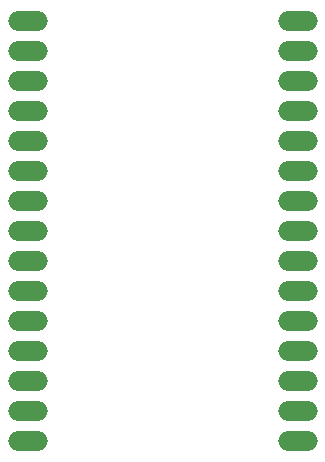
<source format=gbr>
%TF.GenerationSoftware,KiCad,Pcbnew,(5.1.6)-1*%
%TF.CreationDate,2021-01-11T17:56:58+06:00*%
%TF.ProjectId,nodemcu01,6e6f6465-6d63-4753-9031-2e6b69636164,rev?*%
%TF.SameCoordinates,Original*%
%TF.FileFunction,Paste,Bot*%
%TF.FilePolarity,Positive*%
%FSLAX46Y46*%
G04 Gerber Fmt 4.6, Leading zero omitted, Abs format (unit mm)*
G04 Created by KiCad (PCBNEW (5.1.6)-1) date 2021-01-11 17:56:58*
%MOMM*%
%LPD*%
G01*
G04 APERTURE LIST*
%ADD10O,3.352800X1.676400*%
G04 APERTURE END LIST*
D10*
%TO.C,M1*%
X132440000Y-99970000D03*
X132440000Y-102510000D03*
X132440000Y-105050000D03*
X132440000Y-107590000D03*
X132440000Y-110130000D03*
X132440000Y-112670000D03*
X132440000Y-115210000D03*
X132440000Y-117750000D03*
X132440000Y-120290000D03*
X132440000Y-122830000D03*
X132440000Y-125370000D03*
X132440000Y-127910000D03*
X132440000Y-130450000D03*
X132440000Y-132990000D03*
X132440000Y-135530000D03*
X109580000Y-135530000D03*
X109580000Y-132990000D03*
X109580000Y-130450000D03*
X109580000Y-127910000D03*
X109580000Y-125370000D03*
X109580000Y-122830000D03*
X109580000Y-120290000D03*
X109580000Y-117750000D03*
X109580000Y-115210000D03*
X109580000Y-112670000D03*
X109580000Y-110130000D03*
X109580000Y-107590000D03*
X109580000Y-105050000D03*
X109580000Y-102510000D03*
X109580000Y-99970000D03*
%TD*%
M02*

</source>
